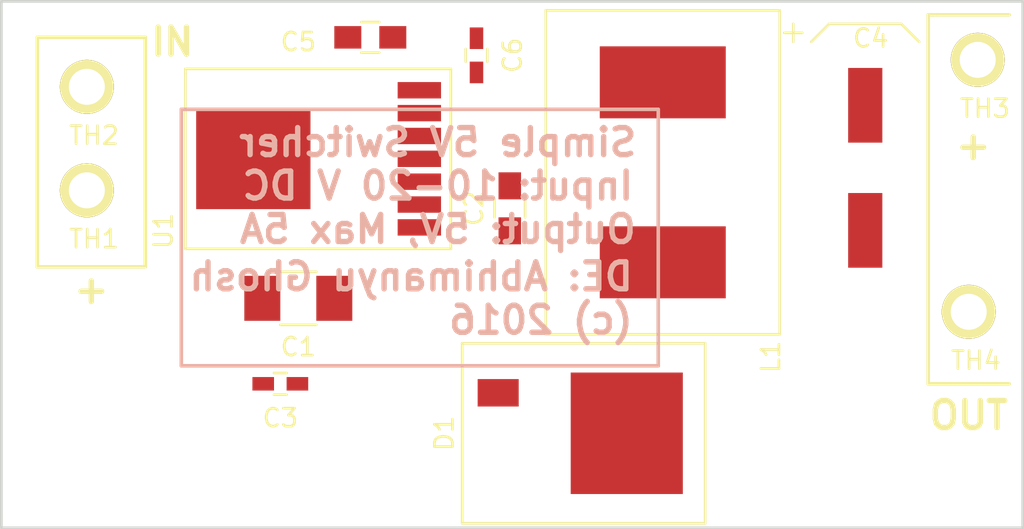
<source format=kicad_pcb>
(kicad_pcb (version 4) (host pcbnew 4.0.2-stable)

  (general
    (links 22)
    (no_connects 0)
    (area 89.924999 87.174999 146.825001 116.575001)
    (thickness 1.6)
    (drawings 25)
    (tracks 105)
    (zones 0)
    (modules 13)
    (nets 8)
  )

  (page A4)
  (layers
    (0 F.Cu signal)
    (31 B.Cu signal)
    (32 B.Adhes user)
    (33 F.Adhes user)
    (34 B.Paste user)
    (35 F.Paste user)
    (36 B.SilkS user)
    (37 F.SilkS user)
    (38 B.Mask user)
    (39 F.Mask user)
    (40 Dwgs.User user)
    (41 Cmts.User user)
    (42 Eco1.User user)
    (43 Eco2.User user)
    (44 Edge.Cuts user)
    (45 Margin user)
    (46 B.CrtYd user)
    (47 F.CrtYd user)
    (48 B.Fab user)
    (49 F.Fab user hide)
  )

  (setup
    (last_trace_width 0.5)
    (trace_clearance 0.16)
    (zone_clearance 0.508)
    (zone_45_only no)
    (trace_min 0.2)
    (segment_width 0.2)
    (edge_width 0.15)
    (via_size 0.6)
    (via_drill 0.4)
    (via_min_size 0.4)
    (via_min_drill 0.3)
    (uvia_size 0.3)
    (uvia_drill 0.1)
    (uvias_allowed no)
    (uvia_min_size 0.2)
    (uvia_min_drill 0.1)
    (pcb_text_width 0.3)
    (pcb_text_size 1.5 1.5)
    (mod_edge_width 0.15)
    (mod_text_size 1 1)
    (mod_text_width 0.15)
    (pad_size 1.524 1.524)
    (pad_drill 0.762)
    (pad_to_mask_clearance 0.2)
    (aux_axis_origin 0 0)
    (visible_elements FFFFFF7F)
    (pcbplotparams
      (layerselection 0x010f0_80000001)
      (usegerberextensions false)
      (excludeedgelayer true)
      (linewidth 0.100000)
      (plotframeref false)
      (viasonmask false)
      (mode 1)
      (useauxorigin false)
      (hpglpennumber 1)
      (hpglpenspeed 20)
      (hpglpendiameter 15)
      (hpglpenoverlay 2)
      (psnegative false)
      (psa4output false)
      (plotreference true)
      (plotvalue true)
      (plotinvisibletext false)
      (padsonsilk false)
      (subtractmaskfromsilk false)
      (outputformat 1)
      (mirror false)
      (drillshape 0)
      (scaleselection 1)
      (outputdirectory Outputs/Gerbers/))
  )

  (net 0 "")
  (net 1 /VIN)
  (net 2 Earth)
  (net 3 "Net-(C2-Pad1)")
  (net 4 /SW_OUT)
  (net 5 /5V_OUT)
  (net 6 "Net-(C5-Pad1)")
  (net 7 "Net-(U1-Pad5)")

  (net_class Default "This is the default net class."
    (clearance 0.16)
    (trace_width 0.5)
    (via_dia 0.6)
    (via_drill 0.4)
    (uvia_dia 0.3)
    (uvia_drill 0.1)
    (add_net Earth)
    (add_net "Net-(C2-Pad1)")
    (add_net "Net-(C5-Pad1)")
    (add_net "Net-(U1-Pad5)")
  )

  (net_class PWR_NET ""
    (clearance 0.16)
    (trace_width 0.7)
    (via_dia 0.6)
    (via_drill 0.4)
    (uvia_dia 0.3)
    (uvia_drill 0.1)
    (add_net /5V_OUT)
    (add_net /SW_OUT)
    (add_net /VIN)
  )

  (module PowerPackages:TI_TO-263 (layer F.Cu) (tedit 5705B0BB) (tstamp 5705DF0D)
    (at 113.225 96 90)
    (path /5705BDDD)
    (solder_mask_margin 0.06)
    (fp_text reference U1 (at -4 -14.225 90) (layer F.SilkS)
      (effects (font (size 1 1) (thickness 0.15)))
    )
    (fp_text value LM22679 (at -1.5 -14.25 90) (layer F.Fab)
      (effects (font (size 1 1) (thickness 0.15)))
    )
    (fp_line (start 5 1.75) (end -5 1.75) (layer F.SilkS) (width 0.15))
    (fp_line (start 5 -13) (end 5 1.75) (layer F.SilkS) (width 0.15))
    (fp_line (start 4.75 -13) (end 5 -13) (layer F.SilkS) (width 0.15))
    (fp_line (start -5 -13) (end 4.75 -13) (layer F.SilkS) (width 0.15))
    (fp_line (start -5 1.75) (end -5 -13) (layer F.SilkS) (width 0.15))
    (pad 1 smd rect (at -3.81 0 90) (size 0.91 2.41) (layers F.Cu F.Paste F.Mask)
      (net 4 /SW_OUT))
    (pad 2 smd rect (at -2.54 0 90) (size 0.91 2.41) (layers F.Cu F.Paste F.Mask)
      (net 1 /VIN))
    (pad 3 smd rect (at -1.27 0 90) (size 0.91 2.41) (layers F.Cu F.Paste F.Mask)
      (net 3 "Net-(C2-Pad1)"))
    (pad 4 smd rect (at 0 0 90) (size 0.91 2.41) (layers F.Cu F.Paste F.Mask)
      (net 2 Earth))
    (pad 5 smd rect (at 1.27 0 90) (size 0.91 2.41) (layers F.Cu F.Paste F.Mask)
      (net 7 "Net-(U1-Pad5)"))
    (pad 6 smd rect (at 2.54 0 90) (size 0.91 2.41) (layers F.Cu F.Paste F.Mask)
      (net 5 /5V_OUT))
    (pad 7 smd rect (at 3.81 0 90) (size 0.91 2.41) (layers F.Cu F.Paste F.Mask)
      (net 6 "Net-(C5-Pad1)"))
    (pad 8 smd rect (at 0 -9.225 90) (size 5.59 6.35) (layers F.Cu F.Paste F.Mask)
      (net 2 Earth))
  )

  (module Capacitors_SMD:C_1210_HandSoldering (layer F.Cu) (tedit 541A9C39) (tstamp 5705DEC9)
    (at 106.5 103.75 180)
    (descr "Capacitor SMD 1210, hand soldering")
    (tags "capacitor 1210")
    (path /57058D83)
    (attr smd)
    (fp_text reference C1 (at 0 -2.7 180) (layer F.SilkS)
      (effects (font (size 1 1) (thickness 0.15)))
    )
    (fp_text value "10 uF" (at 0 2.7 180) (layer F.Fab)
      (effects (font (size 1 1) (thickness 0.15)))
    )
    (fp_line (start -3.3 -1.6) (end 3.3 -1.6) (layer F.CrtYd) (width 0.05))
    (fp_line (start -3.3 1.6) (end 3.3 1.6) (layer F.CrtYd) (width 0.05))
    (fp_line (start -3.3 -1.6) (end -3.3 1.6) (layer F.CrtYd) (width 0.05))
    (fp_line (start 3.3 -1.6) (end 3.3 1.6) (layer F.CrtYd) (width 0.05))
    (fp_line (start 1 -1.475) (end -1 -1.475) (layer F.SilkS) (width 0.15))
    (fp_line (start -1 1.475) (end 1 1.475) (layer F.SilkS) (width 0.15))
    (pad 1 smd rect (at -2 0 180) (size 2 2.5) (layers F.Cu F.Paste F.Mask)
      (net 1 /VIN))
    (pad 2 smd rect (at 2 0 180) (size 2 2.5) (layers F.Cu F.Paste F.Mask)
      (net 2 Earth))
    (model Capacitors_SMD.3dshapes/C_1210_HandSoldering.wrl
      (at (xyz 0 0 0))
      (scale (xyz 1 1 1))
      (rotate (xyz 0 0 0))
    )
  )

  (module Capacitors_SMD:C_0805_HandSoldering (layer F.Cu) (tedit 541A9B8D) (tstamp 5705DECF)
    (at 118.25 98.75 270)
    (descr "Capacitor SMD 0805, hand soldering")
    (tags "capacitor 0805")
    (path /57058D60)
    (attr smd)
    (fp_text reference C2 (at 0 2 270) (layer F.SilkS)
      (effects (font (size 1 1) (thickness 0.15)))
    )
    (fp_text value "10 nF" (at 0 2.1 270) (layer F.Fab)
      (effects (font (size 1 1) (thickness 0.15)))
    )
    (fp_line (start -2.3 -1) (end 2.3 -1) (layer F.CrtYd) (width 0.05))
    (fp_line (start -2.3 1) (end 2.3 1) (layer F.CrtYd) (width 0.05))
    (fp_line (start -2.3 -1) (end -2.3 1) (layer F.CrtYd) (width 0.05))
    (fp_line (start 2.3 -1) (end 2.3 1) (layer F.CrtYd) (width 0.05))
    (fp_line (start 0.5 -0.85) (end -0.5 -0.85) (layer F.SilkS) (width 0.15))
    (fp_line (start -0.5 0.85) (end 0.5 0.85) (layer F.SilkS) (width 0.15))
    (pad 1 smd rect (at -1.25 0 270) (size 1.5 1.25) (layers F.Cu F.Paste F.Mask)
      (net 3 "Net-(C2-Pad1)"))
    (pad 2 smd rect (at 1.25 0 270) (size 1.5 1.25) (layers F.Cu F.Paste F.Mask)
      (net 4 /SW_OUT))
    (model Capacitors_SMD.3dshapes/C_0805_HandSoldering.wrl
      (at (xyz 0 0 0))
      (scale (xyz 1 1 1))
      (rotate (xyz 0 0 0))
    )
  )

  (module Capacitors_SMD:C_0603_HandSoldering (layer F.Cu) (tedit 541A9B4D) (tstamp 5705DED5)
    (at 105.5 108.5 180)
    (descr "Capacitor SMD 0603, hand soldering")
    (tags "capacitor 0603")
    (path /57058DA0)
    (attr smd)
    (fp_text reference C3 (at 0 -1.9 180) (layer F.SilkS)
      (effects (font (size 1 1) (thickness 0.15)))
    )
    (fp_text value "1 uF" (at 0 1.9 180) (layer F.Fab)
      (effects (font (size 1 1) (thickness 0.15)))
    )
    (fp_line (start -1.85 -0.75) (end 1.85 -0.75) (layer F.CrtYd) (width 0.05))
    (fp_line (start -1.85 0.75) (end 1.85 0.75) (layer F.CrtYd) (width 0.05))
    (fp_line (start -1.85 -0.75) (end -1.85 0.75) (layer F.CrtYd) (width 0.05))
    (fp_line (start 1.85 -0.75) (end 1.85 0.75) (layer F.CrtYd) (width 0.05))
    (fp_line (start -0.35 -0.6) (end 0.35 -0.6) (layer F.SilkS) (width 0.15))
    (fp_line (start 0.35 0.6) (end -0.35 0.6) (layer F.SilkS) (width 0.15))
    (pad 1 smd rect (at -0.95 0 180) (size 1.2 0.75) (layers F.Cu F.Paste F.Mask)
      (net 1 /VIN))
    (pad 2 smd rect (at 0.95 0 180) (size 1.2 0.75) (layers F.Cu F.Paste F.Mask)
      (net 2 Earth))
    (model Capacitors_SMD.3dshapes/C_0603_HandSoldering.wrl
      (at (xyz 0 0 0))
      (scale (xyz 1 1 1))
      (rotate (xyz 0 0 0))
    )
  )

  (module Capacitors_SMD:C_0805_HandSoldering (layer F.Cu) (tedit 541A9B8D) (tstamp 5705DEE1)
    (at 110.5 89.25 180)
    (descr "Capacitor SMD 0805, hand soldering")
    (tags "capacitor 0805")
    (path /57058D01)
    (attr smd)
    (fp_text reference C5 (at 4 -0.25 180) (layer F.SilkS)
      (effects (font (size 1 1) (thickness 0.15)))
    )
    (fp_text value "0.27 uF" (at 0 2.1 180) (layer F.Fab)
      (effects (font (size 1 1) (thickness 0.15)))
    )
    (fp_line (start -2.3 -1) (end 2.3 -1) (layer F.CrtYd) (width 0.05))
    (fp_line (start -2.3 1) (end 2.3 1) (layer F.CrtYd) (width 0.05))
    (fp_line (start -2.3 -1) (end -2.3 1) (layer F.CrtYd) (width 0.05))
    (fp_line (start 2.3 -1) (end 2.3 1) (layer F.CrtYd) (width 0.05))
    (fp_line (start 0.5 -0.85) (end -0.5 -0.85) (layer F.SilkS) (width 0.15))
    (fp_line (start -0.5 0.85) (end 0.5 0.85) (layer F.SilkS) (width 0.15))
    (pad 1 smd rect (at -1.25 0 180) (size 1.5 1.25) (layers F.Cu F.Paste F.Mask)
      (net 6 "Net-(C5-Pad1)"))
    (pad 2 smd rect (at 1.25 0 180) (size 1.5 1.25) (layers F.Cu F.Paste F.Mask)
      (net 2 Earth))
    (model Capacitors_SMD.3dshapes/C_0805_HandSoldering.wrl
      (at (xyz 0 0 0))
      (scale (xyz 1 1 1))
      (rotate (xyz 0 0 0))
    )
  )

  (module PowerPackages:DPAK_TO252AA_CUSTOM (layer F.Cu) (tedit 5705DE83) (tstamp 5705DEEC)
    (at 117.605 111.25 270)
    (path /5705A072)
    (fp_text reference D1 (at 0 3 270) (layer F.SilkS)
      (effects (font (size 1 1) (thickness 0.15)))
    )
    (fp_text value ZENER (at 0 -13 270) (layer F.Fab)
      (effects (font (size 1 1) (thickness 0.15)))
    )
    (fp_line (start 5 2) (end -5 2) (layer F.SilkS) (width 0.15))
    (fp_line (start 5 -11.5) (end 5 2) (layer F.SilkS) (width 0.15))
    (fp_line (start -5 -11.5) (end 5 -11.5) (layer F.SilkS) (width 0.15))
    (fp_line (start -5 2) (end -5 -11.5) (layer F.SilkS) (width 0.15))
    (pad 2 smd rect (at -2.25 0 270) (size 1.524 2.28) (layers F.Cu F.Paste F.Mask)
      (net 2 Earth))
    (pad 1 smd rect (at 0 -7.145 270) (size 6.75 6.23) (layers F.Cu F.Paste F.Mask)
      (net 4 /SW_OUT))
  )

  (module PowerPackages:SRR1208 (layer F.Cu) (tedit 5705D5BF) (tstamp 5705DEF2)
    (at 126.75 96.75 90)
    (path /57059DF9)
    (fp_text reference L1 (at -10.25 6 90) (layer F.SilkS)
      (effects (font (size 1 1) (thickness 0.15)))
    )
    (fp_text value "6.5 uH, 18 mOhm" (at -0.5 -7.5 90) (layer F.Fab)
      (effects (font (size 1 1) (thickness 0.15)))
    )
    (fp_line (start 9 6.5) (end -9 6.5) (layer F.SilkS) (width 0.15))
    (fp_line (start 9 -6.5) (end 9 6.5) (layer F.SilkS) (width 0.15))
    (fp_line (start -9 -6.5) (end 9 -6.5) (layer F.SilkS) (width 0.15))
    (fp_line (start -9 6.5) (end -9 -6.5) (layer F.SilkS) (width 0.15))
    (pad 1 smd rect (at -5 0 90) (size 4 7) (layers F.Cu F.Paste F.Mask)
      (net 4 /SW_OUT))
    (pad 2 smd rect (at 5 0 90) (size 4 7) (layers F.Cu F.Paste F.Mask)
      (net 5 /5V_OUT))
  )

  (module mechanical:PTH (layer F.Cu) (tedit 56EE421B) (tstamp 5705DEF7)
    (at 94.75 97.75)
    (path /5705C007)
    (fp_text reference TH1 (at 0.4 2.7) (layer F.SilkS)
      (effects (font (size 1 1) (thickness 0.15)))
    )
    (fp_text value PTH (at 0 -2.5) (layer F.Fab)
      (effects (font (size 1 1) (thickness 0.15)))
    )
    (pad 1 thru_hole circle (at 0 0) (size 3 3) (drill 2) (layers *.Cu *.Mask F.SilkS)
      (net 1 /VIN))
  )

  (module mechanical:PTH (layer F.Cu) (tedit 56EE421B) (tstamp 5705DEFC)
    (at 94.75 92)
    (path /5705C0CE)
    (fp_text reference TH2 (at 0.4 2.7) (layer F.SilkS)
      (effects (font (size 1 1) (thickness 0.15)))
    )
    (fp_text value PTH (at 0 -2.5) (layer F.Fab)
      (effects (font (size 1 1) (thickness 0.15)))
    )
    (pad 1 thru_hole circle (at 0 0) (size 3 3) (drill 2) (layers *.Cu *.Mask F.SilkS)
      (net 2 Earth))
  )

  (module mechanical:PTH (layer F.Cu) (tedit 56EE421B) (tstamp 5705DF01)
    (at 144.25 90.5)
    (path /5705C119)
    (fp_text reference TH3 (at 0.4 2.7) (layer F.SilkS)
      (effects (font (size 1 1) (thickness 0.15)))
    )
    (fp_text value PTH (at 0 -2.5) (layer F.Fab)
      (effects (font (size 1 1) (thickness 0.15)))
    )
    (pad 1 thru_hole circle (at 0 0) (size 3 3) (drill 2) (layers *.Cu *.Mask F.SilkS)
      (net 5 /5V_OUT))
  )

  (module mechanical:PTH (layer F.Cu) (tedit 56EE421B) (tstamp 5719E513)
    (at 143.75 104.5)
    (path /5719E502)
    (fp_text reference TH4 (at 0.4 2.7) (layer F.SilkS)
      (effects (font (size 1 1) (thickness 0.15)))
    )
    (fp_text value PTH (at 0 -2.5) (layer F.Fab)
      (effects (font (size 1 1) (thickness 0.15)))
    )
    (pad 1 thru_hole circle (at 0 0) (size 3 3) (drill 2) (layers *.Cu *.Mask F.SilkS)
      (net 2 Earth))
  )

  (module capacitors:Radial_SMD_8mm (layer F.Cu) (tedit 56EE6160) (tstamp 5705DEDB)
    (at 138 96.5 180)
    (path /57058DD5)
    (fp_text reference C4 (at -0.3 7.2 180) (layer F.SilkS)
      (effects (font (size 1 1) (thickness 0.15)))
    )
    (fp_text value "120 uF" (at -1 -7 180) (layer F.Fab)
      (effects (font (size 1 1) (thickness 0.15)))
    )
    (fp_line (start 3.5 7.5) (end 4.5 7.5) (layer F.SilkS) (width 0.15))
    (fp_line (start 4 7) (end 4 8) (layer F.SilkS) (width 0.15))
    (fp_line (start 2 8) (end 3 7) (layer F.SilkS) (width 0.15))
    (fp_line (start -2 8) (end -3 7) (layer F.SilkS) (width 0.15))
    (fp_line (start -2 8) (end 2 8) (layer F.SilkS) (width 0.15))
    (pad 1 smd rect (at 0 3.475 180) (size 1.9 4.15) (layers F.Cu F.Paste F.Mask)
      (net 5 /5V_OUT))
    (pad 2 smd rect (at 0 -3.475 180) (size 1.9 4.15) (layers F.Cu F.Paste F.Mask)
      (net 2 Earth))
  )

  (module Capacitors_SMD:C_0603_HandSoldering (layer F.Cu) (tedit 541A9B4D) (tstamp 572818BB)
    (at 116.4 90.25 90)
    (descr "Capacitor SMD 0603, hand soldering")
    (tags "capacitor 0603")
    (path /5728197B)
    (attr smd)
    (fp_text reference C6 (at 0 2 90) (layer F.SilkS)
      (effects (font (size 1 1) (thickness 0.15)))
    )
    (fp_text value "1 uF" (at 0 1.9 90) (layer F.Fab)
      (effects (font (size 1 1) (thickness 0.15)))
    )
    (fp_line (start -1.85 -0.75) (end 1.85 -0.75) (layer F.CrtYd) (width 0.05))
    (fp_line (start -1.85 0.75) (end 1.85 0.75) (layer F.CrtYd) (width 0.05))
    (fp_line (start -1.85 -0.75) (end -1.85 0.75) (layer F.CrtYd) (width 0.05))
    (fp_line (start 1.85 -0.75) (end 1.85 0.75) (layer F.CrtYd) (width 0.05))
    (fp_line (start -0.35 -0.6) (end 0.35 -0.6) (layer F.SilkS) (width 0.15))
    (fp_line (start 0.35 0.6) (end -0.35 0.6) (layer F.SilkS) (width 0.15))
    (pad 1 smd rect (at -0.95 0 90) (size 1.2 0.75) (layers F.Cu F.Paste F.Mask)
      (net 5 /5V_OUT))
    (pad 2 smd rect (at 0.95 0 90) (size 1.2 0.75) (layers F.Cu F.Paste F.Mask)
      (net 2 Earth))
    (model Capacitors_SMD.3dshapes/C_0603_HandSoldering.wrl
      (at (xyz 0 0 0))
      (scale (xyz 1 1 1))
      (rotate (xyz 0 0 0))
    )
  )

  (gr_text OUT (at 143.75 110.25) (layer F.SilkS)
    (effects (font (size 1.5 1.5) (thickness 0.3)))
  )
  (gr_text + (at 144 95.25) (layer F.SilkS)
    (effects (font (size 1.5 1.5) (thickness 0.3)))
  )
  (gr_line (start 141.5 108.5) (end 146 108.5) (layer F.SilkS) (width 0.2))
  (gr_line (start 141.5 88) (end 141.5 108.5) (layer F.SilkS) (width 0.2))
  (gr_line (start 141.75 88) (end 141.5 88) (layer F.SilkS) (width 0.2))
  (gr_line (start 142 88) (end 141.75 88) (layer F.SilkS) (width 0.2))
  (gr_line (start 146 88) (end 142 88) (layer F.SilkS) (width 0.2))
  (gr_text IN (at 99.5 89.5) (layer F.SilkS)
    (effects (font (size 1.5 1.5) (thickness 0.3)))
  )
  (gr_text + (at 95 103.25) (layer F.SilkS)
    (effects (font (size 1.5 1.5) (thickness 0.3)))
  )
  (gr_line (start 92 102) (end 92 89.25) (layer F.SilkS) (width 0.2))
  (gr_line (start 98 102) (end 92 102) (layer F.SilkS) (width 0.2))
  (gr_line (start 98 89.25) (end 98 102) (layer F.SilkS) (width 0.2))
  (gr_line (start 92 89.25) (end 98 89.25) (layer F.SilkS) (width 0.2))
  (gr_line (start 100 93.25) (end 100.25 93.25) (layer B.SilkS) (width 0.2))
  (gr_line (start 100 107.5) (end 100 93.25) (layer B.SilkS) (width 0.2))
  (gr_line (start 126.5 107.5) (end 100 107.5) (layer B.SilkS) (width 0.2))
  (gr_line (start 126.5 93.25) (end 126.5 107.5) (layer B.SilkS) (width 0.2))
  (gr_line (start 100.25 93.25) (end 126.5 93.25) (layer B.SilkS) (width 0.2))
  (gr_text "DE: Abhimanyu Ghosh\n(c) 2016" (at 125.25 103.75) (layer B.SilkS)
    (effects (font (size 1.5 1.5) (thickness 0.3)) (justify left mirror))
  )
  (gr_text "Simple 5V Switcher\nInput: 10-20 V DC\nOutput: 5V, Max 5A\n" (at 114.25 97.5) (layer B.SilkS)
    (effects (font (size 1.5 1.5) (thickness 0.3)) (justify mirror))
  )
  (gr_circle (center 116.75 85) (end 117.25 82) (layer F.Fab) (width 0.2))
  (gr_line (start 146.75 116.5) (end 146.75 87.25) (layer Edge.Cuts) (width 0.15))
  (gr_line (start 90 116.5) (end 146.75 116.5) (layer Edge.Cuts) (width 0.15))
  (gr_line (start 90 87.25) (end 146.75 87.25) (layer Edge.Cuts) (width 0.15))
  (gr_line (start 90 116.5) (end 90 87.25) (layer Edge.Cuts) (width 0.15))


)

</source>
